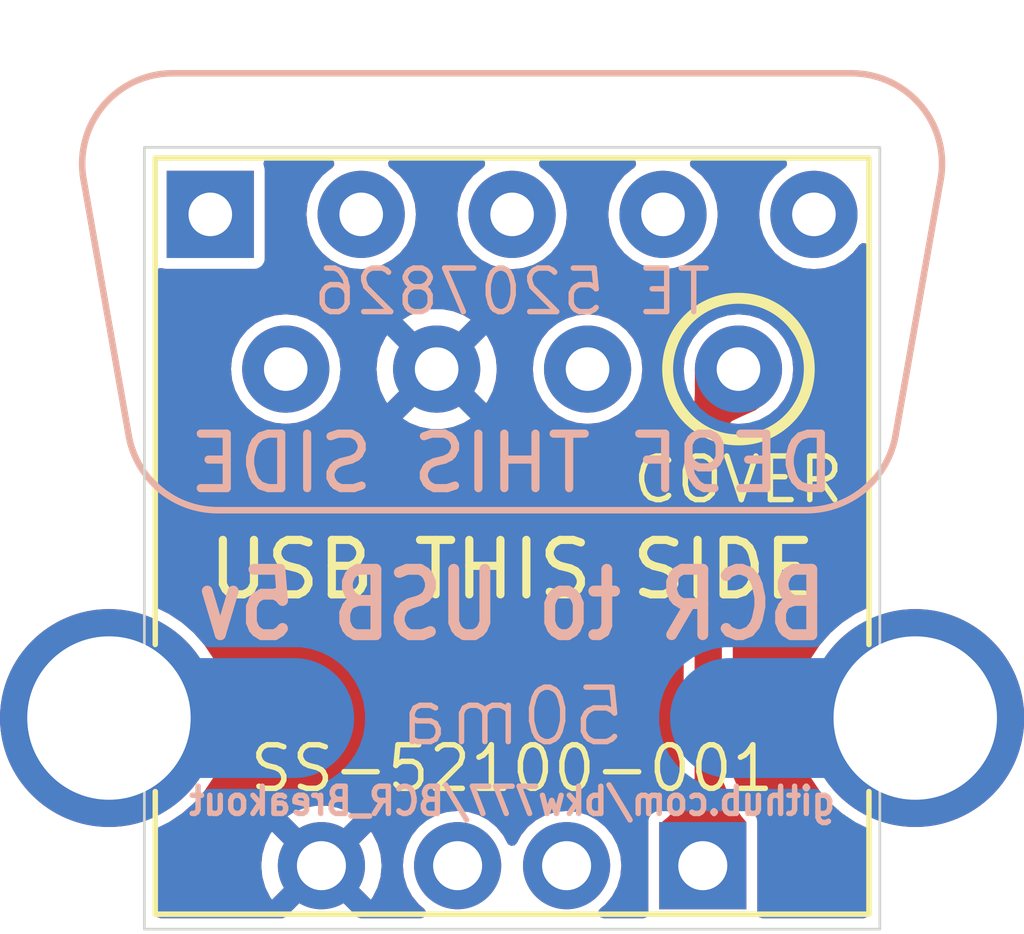
<source format=kicad_pcb>
(kicad_pcb (version 20240108) (generator "pcbnew") (generator_version "8.0")
  (title_block (title "BCR_USB_PWR_up") (date "2025-03-23") (rev "002") (company "Brian K. White") (comment 1 "github.com/bkw777/BCR_Breakout") (comment 2 "CC-BY-SA"))
  (layers (0 "F.Cu" signal) (31 "B.Cu" signal) (34 "B.Paste" user) (35 "F.Paste" user) (36 "B.SilkS" user "B.Silkscreen") (37 "F.SilkS" user "F.Silkscreen") (38 "B.Mask" user) (39 "F.Mask" user) (44 "Edge.Cuts" user))
  (net 0 "")
  (net 1 "/+5V")
  (net 2 "/GND")
  (net 3 "Net-(CN2-PadSH)")
  (footprint "0_LOCAL:USB_A_Female_UE27AC54100_cut" (layer "F.Cu") (at 127 103.583 180)
    (property "Reference" "CN2" (hide yes))
    (property "Value" "UE27AC54100")
    (fp_line (start 6.55 10.28) (end -6.55 10.28) (stroke (width 0.1)) (layer "F.SilkS"))
    (fp_line (start 6.55 1.35) (end 6.55 10.28) (stroke (width 0.1)) (layer "F.SilkS"))
    (fp_line (start 6.55 -3.6) (end 6.55 -1.35) (stroke (width 0.1)) (layer "F.SilkS"))
    (fp_line (start -6.55 1.35) (end -6.55 10.28) (stroke (width 0.1)) (layer "F.SilkS"))
    (fp_line (start -6.55 -3.6) (end 6.55 -3.6) (stroke (width 0.1)) (layer "F.SilkS"))
    (fp_line (start -6.55 -3.6) (end -6.55 -1.35) (stroke (width 0.1)) (layer "F.SilkS"))
    (pad "1" thru_hole rect (at -3.5 -2.71 180) (size 1.6 1.6) (drill 0.9) (layers "*.Cu" "*.Mask") (net 1 "/+5V"))
    (pad "2" thru_hole circle (at -1 -2.71 180) (size 1.6 1.6) (drill 0.9) (layers "*.Cu" "*.Mask"))
    (pad "3" thru_hole circle (at 1 -2.71 180) (size 1.6 1.6) (drill 0.9) (layers "*.Cu" "*.Mask"))
    (pad "4" thru_hole circle (at 3.5 -2.71 180) (size 1.6 1.6) (drill 0.9) (layers "*.Cu" "*.Mask") (net 2 "/GND"))
    (pad "SH" thru_hole circle (at -7.4 0 180) (size 4 4) (drill 3) (layers "*.Cu" "*.Mask") (net 3 "Net-(CN2-PadSH)"))
    (pad "SH" smd oval (at -6.8 0 180) (size 4.8 2.2) (drill (offset 1.5 0)) (layers "B.Cu" "B.Paste" "B.Mask") (net 3 "Net-(CN2-PadSH)"))
    (pad "SH" smd oval (at 6.8 0 180) (size 4.8 2.2) (drill (offset -1.5 0)) (layers "B.Cu" "B.Paste" "B.Mask") (net 3 "Net-(CN2-PadSH)"))
    (pad "SH" thru_hole circle (at 7.4 0 180) (size 4 4) (drill 3) (layers "*.Cu" "*.Mask") (net 3 "Net-(CN2-PadSH)"))
  )
  (footprint "0_LOCAL:TE-5207826_cut" (layer "B.Cu") (at 127 95.758 180)
    (property "Reference" "CN1" (hide yes))
    (property "Value" "DB9_Female")
    (fp_line (start 7.037733 -2.638256) (end 7.86647 2.061744) (stroke (width 0.12)) (layer "B.SilkS"))
    (fp_line (start 6.231689 4.01) (end -6.231689 4.01) (stroke (width 0.12)) (layer "B.SilkS"))
    (fp_line (start 5.402952 -4.01) (end -5.402952 -4.01) (stroke (width 0.12)) (layer "B.SilkS"))
    (fp_line (start -7.037733 -2.638256) (end -7.86647 2.061744) (stroke (width 0.12)) (layer "B.SilkS"))
    (fp_arc (start 7.86647 2.061744) (mid 7.503323 3.417024) (end 6.231689 4.01) (stroke (width 0.12)) (layer "B.SilkS"))
    (fp_arc (start 5.402952 -4.01) (mid 6.469978 -3.621633) (end 7.037733 -2.638256) (stroke (width 0.12)) (layer "B.SilkS"))
    (fp_arc (start -6.231689 4.01) (mid -7.503323 3.417028) (end -7.86647 2.061744) (stroke (width 0.12)) (layer "B.SilkS"))
    (fp_arc (start -7.037733 -2.638256) (mid -6.469979 -3.621633) (end -5.402952 -4.01) (stroke (width 0.12)) (layer "B.SilkS"))
    (pad "1" thru_hole rect (at 5.54 1.42 180) (size 1.6 1.6) (drill 0.8) (layers "*.Cu" "*.Mask"))
    (pad "2" thru_hole circle (at 2.77 1.42 180) (size 1.6 1.6) (drill 0.8) (layers "*.Cu" "*.Mask"))
    (pad "3" thru_hole circle (at 0 1.42 180) (size 1.6 1.6) (drill 0.8) (layers "*.Cu" "*.Mask"))
    (pad "4" thru_hole circle (at -2.77 1.42 180) (size 1.6 1.6) (drill 0.8) (layers "*.Cu" "*.Mask"))
    (pad "5" thru_hole circle (at -5.54 1.42 180) (size 1.6 1.6) (drill 0.8) (layers "*.Cu" "*.Mask"))
    (pad "6" thru_hole circle (at 4.155 -1.42 180) (size 1.6 1.6) (drill 0.8) (layers "*.Cu" "*.Mask"))
    (pad "7" thru_hole circle (at 1.385 -1.42 180) (size 1.6 1.6) (drill 0.8) (layers "*.Cu" "*.Mask") (net 2 "/GND"))
    (pad "8" thru_hole circle (at -1.385 -1.42 180) (size 1.6 1.6) (drill 0.8) (layers "*.Cu" "*.Mask"))
    (pad "9" thru_hole circle (at -4.155 -1.42 180) (size 1.6 1.6) (drill 0.8) (layers "*.Cu" "*.Mask") (net 1 "/+5V"))
  )
  (gr_circle (center 131.155 97.178) (end 132.455 97.178) (stroke (width 0.2)) (fill none) (layer "F.SilkS"))
  (gr_rect (start 120.25 93.108) (end 133.75 107.458) (stroke (width 0.05)) (fill none) (layer "Edge.Cuts"))
  (gr_text "${COMMENT1}" (at 127 105.108 0) (layer "B.SilkS") (effects (font (size 0.5 0.45) (thickness 0.1)) (justify mirror)))
  (gr_text "TE 5207826" (at 127 95.758 0) (layer "B.SilkS") (effects (font (size 0.8 0.8) (thickness 0.1)) (justify mirror)))
  (gr_text "BCR to USB 5v" (at 127 101.508 0) (layer "B.SilkS") (effects (font (size 1.2 1) (thickness 0.2)) (justify mirror)))
  (gr_text "DE9F THIS SIDE" (at 127 98.908 0) (layer "B.SilkS") (effects (font (size 1 1) (thickness 0.15) (bold yes)) (justify mirror)))
  (gr_text "50ma" (at 127 103.558 0) (layer "B.SilkS") (effects (font (size 1 1) (thickness 0.1)) (justify mirror)))
  (gr_text "SS-52100-001" (at 127 104.508 0) (layer "F.SilkS") (effects (font (size 0.8 0.8) (thickness 0.1))))
  (gr_text "USB THIS SIDE" (at 127 100.858 0) (layer "F.SilkS") (effects (font (size 1 1))))
  (gr_text "COVER" (at 131.15 99.208 0) (layer "F.SilkS") (effects (font (size 0.8 0.8) (thickness 0.1))))
  (segment (start 130.6 97.733) (end 130.6 106.193) (width 0.5) (layer "F.Cu") (net 1))
  (segment (start 130.6 106.193) (end 130.5 106.293) (width 0.5) (layer "F.Cu") (net 1))
  (segment (start 131.155 97.178) (end 130.6 97.733) (width 0.5) (layer "F.Cu") (net 1))
  (zone (net 2) (net_name "/GND") (layers "F&B.Cu") (connect_pads (clearance 0.2)) (min_thickness 0.2) (fill yes (thermal_gap 0.3) (thermal_bridge_width 0.4) (smoothing fillet) (radius 0.1))
    (polygon (pts (xy 120.25 93.108) (xy 120.25 107.458) (xy 133.75 107.458) (xy 133.75 93.108)))
  )
)
</source>
